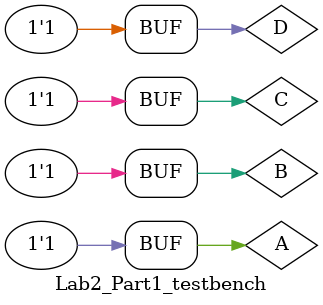
<source format=v>
`timescale 1ns / 1ps


module Lab2_Part1(
    input A,
    input B,
    input C,
    input D,
    output F
    
    );
    wire G, H;
    and(G, A, B);
    and(H, C, D);
    or(F, G, H);
    
endmodule
module Lab2_Part1_testbench;
    wire F; //output from module
    reg A, B, C, D; //inputs to module
    //TODO - Instantiate module under A 
    Lab2_Part1  dut(A,B,C,D,F);
    initial begin
    A = 1'b0; B = 1'b0; C = 1'b0; D = 1'b0;
    #10;
    A = 1'b0; B = 1'b0; C = 1'b0; D = 1'b1;
    #10;
    A = 1'b0; B = 1'b0; C = 1'b1; D = 1'b0;
    #10;
    A = 1'b0; B = 1'b0; C = 1'b1; D = 1'b1;
    #10;     
    A = 1'b0; B = 1'b1; C = 1'b0; D = 1'b0;
    #10; 
    A = 1'b0; B = 1'b1; C = 1'b0; D = 1'b1;
    #10;            
    A = 1'b0; B = 1'b1; C = 1'b1; D = 1'b0;
    #10; 
    A = 1'b0; B = 1'b1; C = 1'b1; D = 1'b1;
    #10; 
    A = 1'b1; B = 1'b0; C = 1'b0; D = 1'b0;
    #10; 
    A = 1'b1; B = 1'b0; C = 1'b0; D = 1'b1;
    #10;
    A = 1'b1; B = 1'b0; C = 1'b1; D = 1'b0;
    #10;
    A = 1'b1; B = 1'b0; C = 1'b1; D = 1'b1;
    #10;
    A = 1'b1; B = 1'b1; C = 1'b0; D = 1'b0;
    #10;
    A = 1'b1; B = 1'b1; C = 1'b0; D = 1'b1;
    #10;
    A = 1'b1; B = 1'b1; C = 1'b1; D = 1'b0;
    #10;
     A = 1'b1; B = 1'b1; C = 1'b1; D = 1'b1;
    #10;
    end
    
endmodule
    
</source>
